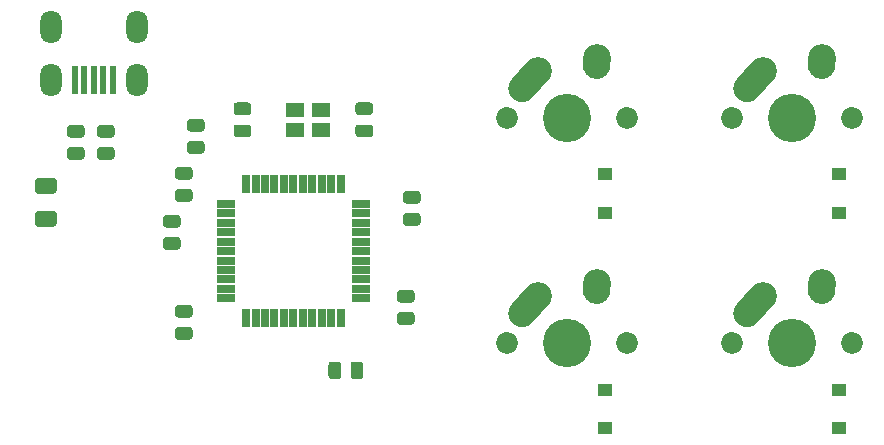
<source format=gbs>
%TF.GenerationSoftware,KiCad,Pcbnew,(5.1.6)-1*%
%TF.CreationDate,2020-06-28T09:04:37-05:00*%
%TF.ProjectId,PcbTUT,50636254-5554-42e6-9b69-6361645f7063,rev?*%
%TF.SameCoordinates,Original*%
%TF.FileFunction,Soldermask,Bot*%
%TF.FilePolarity,Negative*%
%FSLAX46Y46*%
G04 Gerber Fmt 4.6, Leading zero omitted, Abs format (unit mm)*
G04 Created by KiCad (PCBNEW (5.1.6)-1) date 2020-06-28 09:04:37*
%MOMM*%
%LPD*%
G01*
G04 APERTURE LIST*
%ADD10C,1.850000*%
%ADD11C,2.350000*%
%ADD12C,4.087800*%
%ADD13R,1.500000X1.300000*%
%ADD14O,1.800000X2.800000*%
%ADD15R,0.600000X2.350000*%
%ADD16R,0.650000X1.600000*%
%ADD17R,1.600000X0.650000*%
%ADD18R,1.300000X1.000000*%
G04 APERTURE END LIST*
D10*
%TO.C,MX2*%
X117792500Y-107950000D03*
X107632500Y-107950000D03*
D11*
X110212500Y-103950000D03*
D12*
X112712500Y-107950000D03*
G36*
G01*
X108117791Y-106284560D02*
X108117791Y-106284561D01*
G75*
G02*
X108027939Y-104625291I784709J874561D01*
G01*
X109337941Y-103165291D01*
G75*
G02*
X110997211Y-103075439I874561J-784709D01*
G01*
X110997211Y-103075439D01*
G75*
G02*
X111087063Y-104734709I-784709J-874561D01*
G01*
X109777061Y-106194709D01*
G75*
G02*
X108117791Y-106284561I-874561J784709D01*
G01*
G37*
D11*
X115252500Y-102870000D03*
G36*
G01*
X115131657Y-104622216D02*
X115131657Y-104622216D01*
G75*
G02*
X114040284Y-103369157I80843J1172216D01*
G01*
X114080284Y-102789157D01*
G75*
G02*
X115333343Y-101697784I1172216J-80843D01*
G01*
X115333343Y-101697784D01*
G75*
G02*
X116424716Y-102950843I-80843J-1172216D01*
G01*
X116384716Y-103530843D01*
G75*
G02*
X115131657Y-104622216I-1172216J80843D01*
G01*
G37*
%TD*%
D13*
%TO.C,Y1*%
X91873250Y-88177000D03*
X89673250Y-88177000D03*
X89673250Y-89877000D03*
X91873250Y-89877000D03*
%TD*%
D14*
%TO.C,USB1*%
X68994000Y-81127600D03*
X76294000Y-81127600D03*
X76294000Y-85627600D03*
X68994000Y-85627600D03*
D15*
X71044000Y-85627600D03*
X71844000Y-85627600D03*
X72644000Y-85627600D03*
X73444000Y-85627600D03*
X74244000Y-85627600D03*
%TD*%
D16*
%TO.C,U1*%
X85535000Y-105839500D03*
X86335000Y-105839500D03*
X87135000Y-105839500D03*
X87935000Y-105839500D03*
X88735000Y-105839500D03*
X89535000Y-105839500D03*
X90335000Y-105839500D03*
X91135000Y-105839500D03*
X91935000Y-105839500D03*
X92735000Y-105839500D03*
X93535000Y-105839500D03*
D17*
X95235000Y-104139500D03*
X95235000Y-103339500D03*
X95235000Y-102539500D03*
X95235000Y-101739500D03*
X95235000Y-100939500D03*
X95235000Y-100139500D03*
X95235000Y-99339500D03*
X95235000Y-98539500D03*
X95235000Y-97739500D03*
X95235000Y-96939500D03*
X95235000Y-96139500D03*
D16*
X93535000Y-94439500D03*
X92735000Y-94439500D03*
X91935000Y-94439500D03*
X91135000Y-94439500D03*
X90335000Y-94439500D03*
X89535000Y-94439500D03*
X88735000Y-94439500D03*
X87935000Y-94439500D03*
X87135000Y-94439500D03*
X86335000Y-94439500D03*
X85535000Y-94439500D03*
D17*
X83835000Y-96139500D03*
X83835000Y-96939500D03*
X83835000Y-97739500D03*
X83835000Y-98539500D03*
X83835000Y-99339500D03*
X83835000Y-100139500D03*
X83835000Y-100939500D03*
X83835000Y-101739500D03*
X83835000Y-102539500D03*
X83835000Y-103339500D03*
X83835000Y-104139500D03*
%TD*%
%TO.C,R4*%
G36*
G01*
X71601250Y-90532000D02*
X70638750Y-90532000D01*
G75*
G02*
X70370000Y-90263250I0J268750D01*
G01*
X70370000Y-89725750D01*
G75*
G02*
X70638750Y-89457000I268750J0D01*
G01*
X71601250Y-89457000D01*
G75*
G02*
X71870000Y-89725750I0J-268750D01*
G01*
X71870000Y-90263250D01*
G75*
G02*
X71601250Y-90532000I-268750J0D01*
G01*
G37*
G36*
G01*
X71601250Y-92407000D02*
X70638750Y-92407000D01*
G75*
G02*
X70370000Y-92138250I0J268750D01*
G01*
X70370000Y-91600750D01*
G75*
G02*
X70638750Y-91332000I268750J0D01*
G01*
X71601250Y-91332000D01*
G75*
G02*
X71870000Y-91600750I0J-268750D01*
G01*
X71870000Y-92138250D01*
G75*
G02*
X71601250Y-92407000I-268750J0D01*
G01*
G37*
%TD*%
%TO.C,R3*%
G36*
G01*
X79782750Y-94888000D02*
X80745250Y-94888000D01*
G75*
G02*
X81014000Y-95156750I0J-268750D01*
G01*
X81014000Y-95694250D01*
G75*
G02*
X80745250Y-95963000I-268750J0D01*
G01*
X79782750Y-95963000D01*
G75*
G02*
X79514000Y-95694250I0J268750D01*
G01*
X79514000Y-95156750D01*
G75*
G02*
X79782750Y-94888000I268750J0D01*
G01*
G37*
G36*
G01*
X79782750Y-93013000D02*
X80745250Y-93013000D01*
G75*
G02*
X81014000Y-93281750I0J-268750D01*
G01*
X81014000Y-93819250D01*
G75*
G02*
X80745250Y-94088000I-268750J0D01*
G01*
X79782750Y-94088000D01*
G75*
G02*
X79514000Y-93819250I0J268750D01*
G01*
X79514000Y-93281750D01*
G75*
G02*
X79782750Y-93013000I268750J0D01*
G01*
G37*
%TD*%
%TO.C,R2*%
G36*
G01*
X74141250Y-90532000D02*
X73178750Y-90532000D01*
G75*
G02*
X72910000Y-90263250I0J268750D01*
G01*
X72910000Y-89725750D01*
G75*
G02*
X73178750Y-89457000I268750J0D01*
G01*
X74141250Y-89457000D01*
G75*
G02*
X74410000Y-89725750I0J-268750D01*
G01*
X74410000Y-90263250D01*
G75*
G02*
X74141250Y-90532000I-268750J0D01*
G01*
G37*
G36*
G01*
X74141250Y-92407000D02*
X73178750Y-92407000D01*
G75*
G02*
X72910000Y-92138250I0J268750D01*
G01*
X72910000Y-91600750D01*
G75*
G02*
X73178750Y-91332000I268750J0D01*
G01*
X74141250Y-91332000D01*
G75*
G02*
X74410000Y-91600750I0J-268750D01*
G01*
X74410000Y-92138250D01*
G75*
G02*
X74141250Y-92407000I-268750J0D01*
G01*
G37*
%TD*%
%TO.C,R1*%
G36*
G01*
X99541250Y-104502000D02*
X98578750Y-104502000D01*
G75*
G02*
X98310000Y-104233250I0J268750D01*
G01*
X98310000Y-103695750D01*
G75*
G02*
X98578750Y-103427000I268750J0D01*
G01*
X99541250Y-103427000D01*
G75*
G02*
X99810000Y-103695750I0J-268750D01*
G01*
X99810000Y-104233250D01*
G75*
G02*
X99541250Y-104502000I-268750J0D01*
G01*
G37*
G36*
G01*
X99541250Y-106377000D02*
X98578750Y-106377000D01*
G75*
G02*
X98310000Y-106108250I0J268750D01*
G01*
X98310000Y-105570750D01*
G75*
G02*
X98578750Y-105302000I268750J0D01*
G01*
X99541250Y-105302000D01*
G75*
G02*
X99810000Y-105570750I0J-268750D01*
G01*
X99810000Y-106108250D01*
G75*
G02*
X99541250Y-106377000I-268750J0D01*
G01*
G37*
%TD*%
D10*
%TO.C,MX3*%
X136842500Y-107950000D03*
X126682500Y-107950000D03*
D11*
X129262500Y-103950000D03*
D12*
X131762500Y-107950000D03*
G36*
G01*
X127167791Y-106284560D02*
X127167791Y-106284561D01*
G75*
G02*
X127077939Y-104625291I784709J874561D01*
G01*
X128387941Y-103165291D01*
G75*
G02*
X130047211Y-103075439I874561J-784709D01*
G01*
X130047211Y-103075439D01*
G75*
G02*
X130137063Y-104734709I-784709J-874561D01*
G01*
X128827061Y-106194709D01*
G75*
G02*
X127167791Y-106284561I-874561J784709D01*
G01*
G37*
D11*
X134302500Y-102870000D03*
G36*
G01*
X134181657Y-104622216D02*
X134181657Y-104622216D01*
G75*
G02*
X133090284Y-103369157I80843J1172216D01*
G01*
X133130284Y-102789157D01*
G75*
G02*
X134383343Y-101697784I1172216J-80843D01*
G01*
X134383343Y-101697784D01*
G75*
G02*
X135474716Y-102950843I-80843J-1172216D01*
G01*
X135434716Y-103530843D01*
G75*
G02*
X134181657Y-104622216I-1172216J80843D01*
G01*
G37*
%TD*%
D10*
%TO.C,MX1*%
X136842500Y-88900000D03*
X126682500Y-88900000D03*
D11*
X129262500Y-84900000D03*
D12*
X131762500Y-88900000D03*
G36*
G01*
X127167791Y-87234560D02*
X127167791Y-87234561D01*
G75*
G02*
X127077939Y-85575291I784709J874561D01*
G01*
X128387941Y-84115291D01*
G75*
G02*
X130047211Y-84025439I874561J-784709D01*
G01*
X130047211Y-84025439D01*
G75*
G02*
X130137063Y-85684709I-784709J-874561D01*
G01*
X128827061Y-87144709D01*
G75*
G02*
X127167791Y-87234561I-874561J784709D01*
G01*
G37*
D11*
X134302500Y-83820000D03*
G36*
G01*
X134181657Y-85572216D02*
X134181657Y-85572216D01*
G75*
G02*
X133090284Y-84319157I80843J1172216D01*
G01*
X133130284Y-83739157D01*
G75*
G02*
X134383343Y-82647784I1172216J-80843D01*
G01*
X134383343Y-82647784D01*
G75*
G02*
X135474716Y-83900843I-80843J-1172216D01*
G01*
X135434716Y-84480843D01*
G75*
G02*
X134181657Y-85572216I-1172216J80843D01*
G01*
G37*
%TD*%
D10*
%TO.C,MX0*%
X117792500Y-88900000D03*
X107632500Y-88900000D03*
D11*
X110212500Y-84900000D03*
D12*
X112712500Y-88900000D03*
G36*
G01*
X108117791Y-87234560D02*
X108117791Y-87234561D01*
G75*
G02*
X108027939Y-85575291I784709J874561D01*
G01*
X109337941Y-84115291D01*
G75*
G02*
X110997211Y-84025439I874561J-784709D01*
G01*
X110997211Y-84025439D01*
G75*
G02*
X111087063Y-85684709I-784709J-874561D01*
G01*
X109777061Y-87144709D01*
G75*
G02*
X108117791Y-87234561I-874561J784709D01*
G01*
G37*
D11*
X115252500Y-83820000D03*
G36*
G01*
X115131657Y-85572216D02*
X115131657Y-85572216D01*
G75*
G02*
X114040284Y-84319157I80843J1172216D01*
G01*
X114080284Y-83739157D01*
G75*
G02*
X115333343Y-82647784I1172216J-80843D01*
G01*
X115333343Y-82647784D01*
G75*
G02*
X116424716Y-83900843I-80843J-1172216D01*
G01*
X116384716Y-84480843D01*
G75*
G02*
X115131657Y-85572216I-1172216J80843D01*
G01*
G37*
%TD*%
%TO.C,F1*%
G36*
G01*
X69235000Y-95287000D02*
X67925000Y-95287000D01*
G75*
G02*
X67655000Y-95017000I0J270000D01*
G01*
X67655000Y-94207000D01*
G75*
G02*
X67925000Y-93937000I270000J0D01*
G01*
X69235000Y-93937000D01*
G75*
G02*
X69505000Y-94207000I0J-270000D01*
G01*
X69505000Y-95017000D01*
G75*
G02*
X69235000Y-95287000I-270000J0D01*
G01*
G37*
G36*
G01*
X69235000Y-98087000D02*
X67925000Y-98087000D01*
G75*
G02*
X67655000Y-97817000I0J270000D01*
G01*
X67655000Y-97007000D01*
G75*
G02*
X67925000Y-96737000I270000J0D01*
G01*
X69235000Y-96737000D01*
G75*
G02*
X69505000Y-97007000I0J-270000D01*
G01*
X69505000Y-97817000D01*
G75*
G02*
X69235000Y-98087000I-270000J0D01*
G01*
G37*
%TD*%
D18*
%TO.C,D4*%
X135731250Y-111856250D03*
X135731250Y-115156250D03*
%TD*%
%TO.C,D3*%
X115887500Y-111856250D03*
X115887500Y-115156250D03*
%TD*%
%TO.C,D2*%
X135731250Y-93600000D03*
X135731250Y-96900000D03*
%TD*%
%TO.C,D1*%
X115887500Y-93600000D03*
X115887500Y-96900000D03*
%TD*%
%TO.C,C7*%
G36*
G01*
X84735750Y-89427000D02*
X85698250Y-89427000D01*
G75*
G02*
X85967000Y-89695750I0J-268750D01*
G01*
X85967000Y-90233250D01*
G75*
G02*
X85698250Y-90502000I-268750J0D01*
G01*
X84735750Y-90502000D01*
G75*
G02*
X84467000Y-90233250I0J268750D01*
G01*
X84467000Y-89695750D01*
G75*
G02*
X84735750Y-89427000I268750J0D01*
G01*
G37*
G36*
G01*
X84735750Y-87552000D02*
X85698250Y-87552000D01*
G75*
G02*
X85967000Y-87820750I0J-268750D01*
G01*
X85967000Y-88358250D01*
G75*
G02*
X85698250Y-88627000I-268750J0D01*
G01*
X84735750Y-88627000D01*
G75*
G02*
X84467000Y-88358250I0J268750D01*
G01*
X84467000Y-87820750D01*
G75*
G02*
X84735750Y-87552000I268750J0D01*
G01*
G37*
%TD*%
%TO.C,c6*%
G36*
G01*
X96017000Y-88627000D02*
X95054500Y-88627000D01*
G75*
G02*
X94785750Y-88358250I0J268750D01*
G01*
X94785750Y-87820750D01*
G75*
G02*
X95054500Y-87552000I268750J0D01*
G01*
X96017000Y-87552000D01*
G75*
G02*
X96285750Y-87820750I0J-268750D01*
G01*
X96285750Y-88358250D01*
G75*
G02*
X96017000Y-88627000I-268750J0D01*
G01*
G37*
G36*
G01*
X96017000Y-90502000D02*
X95054500Y-90502000D01*
G75*
G02*
X94785750Y-90233250I0J268750D01*
G01*
X94785750Y-89695750D01*
G75*
G02*
X95054500Y-89427000I268750J0D01*
G01*
X96017000Y-89427000D01*
G75*
G02*
X96285750Y-89695750I0J-268750D01*
G01*
X96285750Y-90233250D01*
G75*
G02*
X96017000Y-90502000I-268750J0D01*
G01*
G37*
%TD*%
%TO.C,C5*%
G36*
G01*
X93580000Y-109754750D02*
X93580000Y-110717250D01*
G75*
G02*
X93311250Y-110986000I-268750J0D01*
G01*
X92773750Y-110986000D01*
G75*
G02*
X92505000Y-110717250I0J268750D01*
G01*
X92505000Y-109754750D01*
G75*
G02*
X92773750Y-109486000I268750J0D01*
G01*
X93311250Y-109486000D01*
G75*
G02*
X93580000Y-109754750I0J-268750D01*
G01*
G37*
G36*
G01*
X95455000Y-109754750D02*
X95455000Y-110717250D01*
G75*
G02*
X95186250Y-110986000I-268750J0D01*
G01*
X94648750Y-110986000D01*
G75*
G02*
X94380000Y-110717250I0J268750D01*
G01*
X94380000Y-109754750D01*
G75*
G02*
X94648750Y-109486000I268750J0D01*
G01*
X95186250Y-109486000D01*
G75*
G02*
X95455000Y-109754750I0J-268750D01*
G01*
G37*
%TD*%
%TO.C,C4*%
G36*
G01*
X81761250Y-90024000D02*
X80798750Y-90024000D01*
G75*
G02*
X80530000Y-89755250I0J268750D01*
G01*
X80530000Y-89217750D01*
G75*
G02*
X80798750Y-88949000I268750J0D01*
G01*
X81761250Y-88949000D01*
G75*
G02*
X82030000Y-89217750I0J-268750D01*
G01*
X82030000Y-89755250D01*
G75*
G02*
X81761250Y-90024000I-268750J0D01*
G01*
G37*
G36*
G01*
X81761250Y-91899000D02*
X80798750Y-91899000D01*
G75*
G02*
X80530000Y-91630250I0J268750D01*
G01*
X80530000Y-91092750D01*
G75*
G02*
X80798750Y-90824000I268750J0D01*
G01*
X81761250Y-90824000D01*
G75*
G02*
X82030000Y-91092750I0J-268750D01*
G01*
X82030000Y-91630250D01*
G75*
G02*
X81761250Y-91899000I-268750J0D01*
G01*
G37*
%TD*%
%TO.C,C3*%
G36*
G01*
X100049250Y-96120000D02*
X99086750Y-96120000D01*
G75*
G02*
X98818000Y-95851250I0J268750D01*
G01*
X98818000Y-95313750D01*
G75*
G02*
X99086750Y-95045000I268750J0D01*
G01*
X100049250Y-95045000D01*
G75*
G02*
X100318000Y-95313750I0J-268750D01*
G01*
X100318000Y-95851250D01*
G75*
G02*
X100049250Y-96120000I-268750J0D01*
G01*
G37*
G36*
G01*
X100049250Y-97995000D02*
X99086750Y-97995000D01*
G75*
G02*
X98818000Y-97726250I0J268750D01*
G01*
X98818000Y-97188750D01*
G75*
G02*
X99086750Y-96920000I268750J0D01*
G01*
X100049250Y-96920000D01*
G75*
G02*
X100318000Y-97188750I0J-268750D01*
G01*
X100318000Y-97726250D01*
G75*
G02*
X100049250Y-97995000I-268750J0D01*
G01*
G37*
%TD*%
%TO.C,C2*%
G36*
G01*
X79782750Y-106572000D02*
X80745250Y-106572000D01*
G75*
G02*
X81014000Y-106840750I0J-268750D01*
G01*
X81014000Y-107378250D01*
G75*
G02*
X80745250Y-107647000I-268750J0D01*
G01*
X79782750Y-107647000D01*
G75*
G02*
X79514000Y-107378250I0J268750D01*
G01*
X79514000Y-106840750D01*
G75*
G02*
X79782750Y-106572000I268750J0D01*
G01*
G37*
G36*
G01*
X79782750Y-104697000D02*
X80745250Y-104697000D01*
G75*
G02*
X81014000Y-104965750I0J-268750D01*
G01*
X81014000Y-105503250D01*
G75*
G02*
X80745250Y-105772000I-268750J0D01*
G01*
X79782750Y-105772000D01*
G75*
G02*
X79514000Y-105503250I0J268750D01*
G01*
X79514000Y-104965750D01*
G75*
G02*
X79782750Y-104697000I268750J0D01*
G01*
G37*
%TD*%
%TO.C,C1*%
G36*
G01*
X79729250Y-98152000D02*
X78766750Y-98152000D01*
G75*
G02*
X78498000Y-97883250I0J268750D01*
G01*
X78498000Y-97345750D01*
G75*
G02*
X78766750Y-97077000I268750J0D01*
G01*
X79729250Y-97077000D01*
G75*
G02*
X79998000Y-97345750I0J-268750D01*
G01*
X79998000Y-97883250D01*
G75*
G02*
X79729250Y-98152000I-268750J0D01*
G01*
G37*
G36*
G01*
X79729250Y-100027000D02*
X78766750Y-100027000D01*
G75*
G02*
X78498000Y-99758250I0J268750D01*
G01*
X78498000Y-99220750D01*
G75*
G02*
X78766750Y-98952000I268750J0D01*
G01*
X79729250Y-98952000D01*
G75*
G02*
X79998000Y-99220750I0J-268750D01*
G01*
X79998000Y-99758250D01*
G75*
G02*
X79729250Y-100027000I-268750J0D01*
G01*
G37*
%TD*%
M02*

</source>
